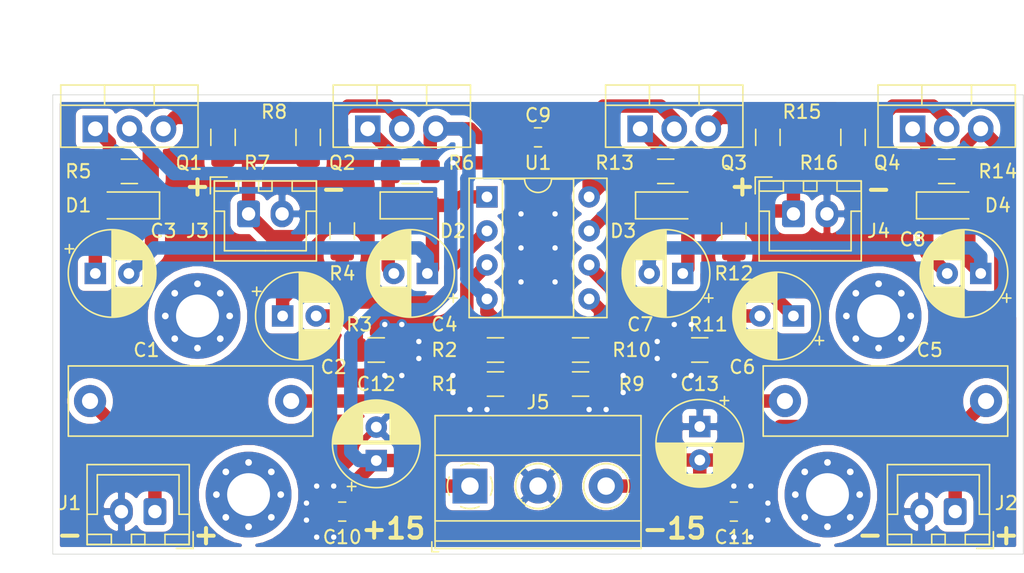
<source format=kicad_pcb>
(kicad_pcb (version 20171130) (host pcbnew "(5.1.6)-1")
  (layers (0 F.Cu signal) (31 B.Cu signal) (34 B.Paste user) (35 F.Paste user) (36 B.SilkS user) (37 F.SilkS user) (38 B.Mask user) (39 F.Mask user) (44 Edge.Cuts user))
  (net 0 "")
  (net 1 L_In)
  (net 2 "Net-(C1-Pad1)")
  (net 3 "Net-(C3-Pad2)")
  (net 4 "Net-(C3-Pad1)")
  (net 5 "Net-(C4-Pad2)")
  (net 6 R_In)
  (net 7 "Net-(C6-Pad1)")
  (net 8 "Net-(C8-Pad2)")
  (net 9 +15)
  (net 10 -15)
  (net 11 L_Out)
  (net 12 R_Out)
  (net 13 "Net-(Q1-Pad3)")
  (net 14 "Net-(Q2-Pad2)")
  (net 15 "Net-(Q3-Pad3)")
  (net 16 "Net-(Q4-Pad2)")
  (net 17 "Net-(R2-Pad1)")
  (net 18 "Net-(R10-Pad1)")
  (net 19 "Net-(C2-Pad2)")
  (net 20 "Net-(C2-Pad1)")
  (net 21 "Net-(C5-Pad1)")
  (net 22 "Net-(C6-Pad2)")
  (net 23 "Net-(C7-Pad2)")
  (net 24 "Net-(C7-Pad1)")
  (net 25 GND)
  (module MountingHole:MountingHole_3.2mm_M3_Pad_Via (layer F.Cu) (at 156.21 49.53)
    (fp_text reference H4 hide)
    (fp_text value MountingHole)
    (pad 1 thru_hole circle (at 1.697056 -1.697056) (size 0.8 0.8) (drill 0.5) (layers *.Cu *.Mask))
    (pad 1 thru_hole circle (at 0 -2.4) (size 0.8 0.8) (drill 0.5) (layers *.Cu *.Mask))
    (pad 1 thru_hole circle (at -1.697056 -1.697056) (size 0.8 0.8) (drill 0.5) (layers *.Cu *.Mask))
    (pad 1 thru_hole circle (at -2.4 0) (size 0.8 0.8) (drill 0.5) (layers *.Cu *.Mask))
    (pad 1 thru_hole circle (at -1.697056 1.697056) (size 0.8 0.8) (drill 0.5) (layers *.Cu *.Mask))
    (pad 1 thru_hole circle (at 0 2.4) (size 0.8 0.8) (drill 0.5) (layers *.Cu *.Mask))
    (pad 1 thru_hole circle (at 1.697056 1.697056) (size 0.8 0.8) (drill 0.5) (layers *.Cu *.Mask))
    (pad 1 thru_hole circle (at 2.4 0) (size 0.8 0.8) (drill 0.5) (layers *.Cu *.Mask))
    (pad 1 thru_hole circle (at 0 0) (size 6.4 6.4) (drill 3.2) (layers *.Cu *.Mask))
  )
  (module MountingHole:MountingHole_3.2mm_M3_Pad_Via (layer F.Cu) (at 105.41 49.53)
    (fp_text reference H3 hide)
    (fp_text value MountingHole)
    (pad 1 thru_hole circle (at 1.697056 -1.697056) (size 0.8 0.8) (drill 0.5) (layers *.Cu *.Mask))
    (pad 1 thru_hole circle (at 0 -2.4) (size 0.8 0.8) (drill 0.5) (layers *.Cu *.Mask))
    (pad 1 thru_hole circle (at -1.697056 -1.697056) (size 0.8 0.8) (drill 0.5) (layers *.Cu *.Mask))
    (pad 1 thru_hole circle (at -2.4 0) (size 0.8 0.8) (drill 0.5) (layers *.Cu *.Mask))
    (pad 1 thru_hole circle (at -1.697056 1.697056) (size 0.8 0.8) (drill 0.5) (layers *.Cu *.Mask))
    (pad 1 thru_hole circle (at 0 2.4) (size 0.8 0.8) (drill 0.5) (layers *.Cu *.Mask))
    (pad 1 thru_hole circle (at 1.697056 1.697056) (size 0.8 0.8) (drill 0.5) (layers *.Cu *.Mask))
    (pad 1 thru_hole circle (at 2.4 0) (size 0.8 0.8) (drill 0.5) (layers *.Cu *.Mask))
    (pad 1 thru_hole circle (at 0 0) (size 6.4 6.4) (drill 3.2) (layers *.Cu *.Mask))
  )
  (module Capacitor_THT:C_Rect_L18.0mm_W5.0mm_P15.00mm_FKS3_FKP3 (layer F.Cu) (at 149.225 55.88)
    (fp_text reference C5 (at 10.795 -3.81) (layer F.SilkS))
    (fp_text value 1u)
    (pad 2 thru_hole circle (at 15 0) (size 2.4 2.4) (drill 1.2) (layers *.Cu *.Mask) (net 6 R_In))
    (pad 1 thru_hole circle (at 0 0) (size 2.4 2.4) (drill 1.2) (layers *.Cu *.Mask) (net 21 "Net-(C5-Pad1)"))
  )
  (module TerminalBlock_Phoenix:TerminalBlock_Phoenix_MKDS-1,5-3-5.08_1x03_P5.08mm_Horizontal (layer F.Cu) (at 125.730001 62.23)
    (fp_text reference J5 (at 5.08 -6.26) (layer F.SilkS))
    (fp_text value DC_In)
    (pad 3 thru_hole circle (at 10.16 0) (size 2.6 2.6) (drill 1.3) (layers *.Cu *.Mask) (net 10 -15))
    (pad 2 thru_hole circle (at 5.08 0) (size 2.6 2.6) (drill 1.3) (layers *.Cu *.Mask) (net 25 GND))
    (pad 1 thru_hole rect (at 0 0) (size 2.6 2.6) (drill 1.3) (layers *.Cu *.Mask) (net 9 +15))
  )
  (module Package_TO_SOT_THT:TO-220-3_Vertical (layer F.Cu) (at 158.75 35.560001)
    (fp_text reference Q4 (at -1.905 2.54) (layer F.SilkS))
    (fp_text value MJE15033)
    (pad 3 thru_hole oval (at 5.08 0) (size 1.905 2) (drill 1.1) (layers *.Cu *.Mask) (net 10 -15))
    (pad 2 thru_hole oval (at 2.54 0) (size 1.905 2) (drill 1.1) (layers *.Cu *.Mask) (net 16 "Net-(Q4-Pad2)"))
    (pad 1 thru_hole rect (at 0 0) (size 1.905 2) (drill 1.1) (layers *.Cu *.Mask) (net 8 "Net-(C8-Pad2)"))
  )
  (module Package_TO_SOT_THT:TO-220-3_Vertical (layer F.Cu) (at 138.43 35.56)
    (fp_text reference Q3 (at 6.985 2.54) (layer F.SilkS))
    (fp_text value MJE15032)
    (pad 3 thru_hole oval (at 5.08 0) (size 1.905 2) (drill 1.1) (layers *.Cu *.Mask) (net 15 "Net-(Q3-Pad3)"))
    (pad 2 thru_hole oval (at 2.54 0) (size 1.905 2) (drill 1.1) (layers *.Cu *.Mask) (net 9 +15))
    (pad 1 thru_hole rect (at 0 0) (size 1.905 2) (drill 1.1) (layers *.Cu *.Mask) (net 24 "Net-(C7-Pad1)"))
  )
  (module Package_TO_SOT_THT:TO-220-3_Vertical (layer F.Cu) (at 118.11 35.56)
    (fp_text reference Q2 (at -1.905 2.54) (layer F.SilkS))
    (fp_text value MJE15033)
    (pad 3 thru_hole oval (at 5.08 0) (size 1.905 2) (drill 1.1) (layers *.Cu *.Mask) (net 10 -15))
    (pad 2 thru_hole oval (at 2.54 0) (size 1.905 2) (drill 1.1) (layers *.Cu *.Mask) (net 14 "Net-(Q2-Pad2)"))
    (pad 1 thru_hole rect (at 0 0) (size 1.905 2) (drill 1.1) (layers *.Cu *.Mask) (net 5 "Net-(C4-Pad2)"))
  )
  (module Package_TO_SOT_THT:TO-220-3_Vertical (layer F.Cu) (at 97.79 35.56)
    (fp_text reference Q1 (at 6.985 2.54) (layer F.SilkS))
    (fp_text value MJE15032)
    (pad 3 thru_hole oval (at 5.08 0) (size 1.905 2) (drill 1.1) (layers *.Cu *.Mask) (net 13 "Net-(Q1-Pad3)"))
    (pad 2 thru_hole oval (at 2.54 0) (size 1.905 2) (drill 1.1) (layers *.Cu *.Mask) (net 9 +15))
    (pad 1 thru_hole rect (at 0 0) (size 1.905 2) (drill 1.1) (layers *.Cu *.Mask) (net 4 "Net-(C3-Pad1)"))
  )
  (module MountingHole:MountingHole_3.2mm_M3_Pad_Via (layer F.Cu) (at 109.22 62.865 90)
    (fp_text reference H1 hide)
    (fp_text value MountingHole)
    (pad 1 thru_hole circle (at 1.697056 -1.697056 90) (size 0.8 0.8) (drill 0.5) (layers *.Cu *.Mask))
    (pad 1 thru_hole circle (at 0 -2.4 90) (size 0.8 0.8) (drill 0.5) (layers *.Cu *.Mask))
    (pad 1 thru_hole circle (at -1.697056 -1.697056 90) (size 0.8 0.8) (drill 0.5) (layers *.Cu *.Mask))
    (pad 1 thru_hole circle (at -2.4 0 90) (size 0.8 0.8) (drill 0.5) (layers *.Cu *.Mask))
    (pad 1 thru_hole circle (at -1.697056 1.697056 90) (size 0.8 0.8) (drill 0.5) (layers *.Cu *.Mask))
    (pad 1 thru_hole circle (at 0 2.4 90) (size 0.8 0.8) (drill 0.5) (layers *.Cu *.Mask))
    (pad 1 thru_hole circle (at 1.697056 1.697056 90) (size 0.8 0.8) (drill 0.5) (layers *.Cu *.Mask))
    (pad 1 thru_hole circle (at 2.4 0 90) (size 0.8 0.8) (drill 0.5) (layers *.Cu *.Mask))
    (pad 1 thru_hole circle (at 0 0 90) (size 6.4 6.4) (drill 3.2) (layers *.Cu *.Mask))
  )
  (module Capacitor_THT:CP_Radial_D6.3mm_P2.50mm (layer F.Cu) (at 97.79 46.355)
    (fp_text reference C3 (at 5.08 -3.175) (layer F.SilkS))
    (fp_text value 100u)
    (pad 1 thru_hole rect (at 0 0) (size 1.6 1.6) (drill 0.8) (layers *.Cu *.Mask) (net 4 "Net-(C3-Pad1)"))
    (pad 2 thru_hole circle (at 2.5 0) (size 1.6 1.6) (drill 0.8) (layers *.Cu *.Mask) (net 3 "Net-(C3-Pad2)"))
  )
  (module Package_DIP:DIP-8_W7.62mm_Socket (layer F.Cu) (at 127 40.64)
    (fp_text reference U1 (at 3.81 -2.54) (layer F.SilkS))
    (fp_text value LM4562)
    (pad 1 thru_hole rect (at 0 0) (size 1.6 1.6) (drill 0.8) (layers *.Cu *.Mask) (net 3 "Net-(C3-Pad2)"))
    (pad 5 thru_hole oval (at 7.62 7.62) (size 1.6 1.6) (drill 0.8) (layers *.Cu *.Mask) (net 18 "Net-(R10-Pad1)"))
    (pad 2 thru_hole oval (at 0 2.54) (size 1.6 1.6) (drill 0.8) (layers *.Cu *.Mask) (net 20 "Net-(C2-Pad1)"))
    (pad 6 thru_hole oval (at 7.62 5.08) (size 1.6 1.6) (drill 0.8) (layers *.Cu *.Mask) (net 7 "Net-(C6-Pad1)"))
    (pad 3 thru_hole oval (at 0 5.08) (size 1.6 1.6) (drill 0.8) (layers *.Cu *.Mask) (net 17 "Net-(R2-Pad1)"))
    (pad 7 thru_hole oval (at 7.62 2.54) (size 1.6 1.6) (drill 0.8) (layers *.Cu *.Mask) (net 23 "Net-(C7-Pad2)"))
    (pad 4 thru_hole oval (at 0 7.62) (size 1.6 1.6) (drill 0.8) (layers *.Cu *.Mask) (net 10 -15))
    (pad 8 thru_hole oval (at 7.62 0) (size 1.6 1.6) (drill 0.8) (layers *.Cu *.Mask) (net 9 +15))
  )
  (module MountingHole:MountingHole_3.2mm_M3_Pad_Via (layer F.Cu) (at 152.4 62.865 90)
    (fp_text reference H2 hide)
    (fp_text value MountingHole)
    (pad 1 thru_hole circle (at 1.697056 -1.697056 90) (size 0.8 0.8) (drill 0.5) (layers *.Cu *.Mask))
    (pad 1 thru_hole circle (at 0 -2.4 90) (size 0.8 0.8) (drill 0.5) (layers *.Cu *.Mask))
    (pad 1 thru_hole circle (at -1.697056 -1.697056 90) (size 0.8 0.8) (drill 0.5) (layers *.Cu *.Mask))
    (pad 1 thru_hole circle (at -2.4 0 90) (size 0.8 0.8) (drill 0.5) (layers *.Cu *.Mask))
    (pad 1 thru_hole circle (at -1.697056 1.697056 90) (size 0.8 0.8) (drill 0.5) (layers *.Cu *.Mask))
    (pad 1 thru_hole circle (at 0 2.4 90) (size 0.8 0.8) (drill 0.5) (layers *.Cu *.Mask))
    (pad 1 thru_hole circle (at 1.697056 1.697056 90) (size 0.8 0.8) (drill 0.5) (layers *.Cu *.Mask))
    (pad 1 thru_hole circle (at 2.4 0 90) (size 0.8 0.8) (drill 0.5) (layers *.Cu *.Mask))
    (pad 1 thru_hole circle (at 0 0 90) (size 6.4 6.4) (drill 3.2) (layers *.Cu *.Mask))
  )
  (module Connector_JST:JST_XH_B2B-XH-A_1x02_P2.50mm_Vertical (layer F.Cu) (at 149.86 41.91)
    (fp_text reference J4 (at 6.35 1.27) (layer F.SilkS))
    (fp_text value R_Out)
    (pad 1 thru_hole roundrect (at 0 0) (size 1.7 2) (drill 1) (layers *.Cu *.Mask) (roundrect_rratio 0.147059) (net 12 R_Out))
    (pad 2 thru_hole oval (at 2.5 0) (size 1.7 2) (drill 1) (layers *.Cu *.Mask) (net 25 GND))
  )
  (module Connector_JST:JST_XH_B2B-XH-A_1x02_P2.50mm_Vertical (layer F.Cu) (at 109.22 41.91)
    (fp_text reference J3 (at -3.81 1.27) (layer F.SilkS))
    (fp_text value L_Out)
    (pad 1 thru_hole roundrect (at 0 0) (size 1.7 2) (drill 1) (layers *.Cu *.Mask) (roundrect_rratio 0.147059) (net 11 L_Out))
    (pad 2 thru_hole oval (at 2.5 0) (size 1.7 2) (drill 1) (layers *.Cu *.Mask) (net 25 GND))
  )
  (module Connector_JST:JST_XH_B2B-XH-A_1x02_P2.50mm_Vertical (layer F.Cu) (at 161.925 64.135 180)
    (fp_text reference J2 (at -3.81 0.635 180) (layer F.SilkS))
    (fp_text value R_In)
    (pad 2 thru_hole oval (at 2.5 0 180) (size 1.7 2) (drill 1) (layers *.Cu *.Mask) (net 25 GND))
    (pad 1 thru_hole roundrect (at 0 0 180) (size 1.7 2) (drill 1) (layers *.Cu *.Mask) (roundrect_rratio 0.147059) (net 6 R_In))
  )
  (module Connector_JST:JST_XH_B2B-XH-A_1x02_P2.50mm_Vertical (layer F.Cu) (at 102.235 64.135 180)
    (fp_text reference J1 (at 6.35 0.635 180) (layer F.SilkS))
    (fp_text value L_In)
    (pad 1 thru_hole roundrect (at 0 0 180) (size 1.7 2) (drill 1) (layers *.Cu *.Mask) (roundrect_rratio 0.147059) (net 1 L_In))
    (pad 2 thru_hole oval (at 2.5 0 180) (size 1.7 2) (drill 1) (layers *.Cu *.Mask) (net 25 GND))
  )
  (module Capacitor_THT:CP_Radial_D6.3mm_P2.50mm (layer F.Cu) (at 142.875 57.785 270)
    (fp_text reference C13 (at -3.175 0 180) (layer F.SilkS))
    (fp_text value 100u)
    (pad 1 thru_hole rect (at 0 0 270) (size 1.6 1.6) (drill 0.8) (layers *.Cu *.Mask) (net 25 GND))
    (pad 2 thru_hole circle (at 2.5 0 270) (size 1.6 1.6) (drill 0.8) (layers *.Cu *.Mask) (net 10 -15))
  )
  (module Capacitor_THT:CP_Radial_D6.3mm_P2.50mm (layer F.Cu) (at 118.745 60.325 90)
    (fp_text reference C12 (at 5.715 0 180) (layer F.SilkS))
    (fp_text value 100u)
    (pad 1 thru_hole rect (at 0 0 90) (size 1.6 1.6) (drill 0.8) (layers *.Cu *.Mask) (net 9 +15))
    (pad 2 thru_hole circle (at 2.5 0 90) (size 1.6 1.6) (drill 0.8) (layers *.Cu *.Mask) (net 25 GND))
  )
  (module Capacitor_THT:CP_Radial_D6.3mm_P2.50mm (layer F.Cu) (at 163.83 46.355 180)
    (fp_text reference C8 (at 5.08 2.54) (layer F.SilkS))
    (fp_text value 100u)
    (pad 1 thru_hole rect (at 0 0 180) (size 1.6 1.6) (drill 0.8) (layers *.Cu *.Mask) (net 23 "Net-(C7-Pad2)"))
    (pad 2 thru_hole circle (at 2.5 0 180) (size 1.6 1.6) (drill 0.8) (layers *.Cu *.Mask) (net 8 "Net-(C8-Pad2)"))
  )
  (module Capacitor_THT:CP_Radial_D6.3mm_P2.50mm (layer F.Cu) (at 141.605 46.355 180)
    (fp_text reference C7 (at 3.175 -3.81) (layer F.SilkS))
    (fp_text value 100u)
    (pad 1 thru_hole rect (at 0 0 180) (size 1.6 1.6) (drill 0.8) (layers *.Cu *.Mask) (net 24 "Net-(C7-Pad1)"))
    (pad 2 thru_hole circle (at 2.5 0 180) (size 1.6 1.6) (drill 0.8) (layers *.Cu *.Mask) (net 23 "Net-(C7-Pad2)"))
  )
  (module Capacitor_THT:CP_Radial_D6.3mm_P2.50mm (layer F.Cu) (at 149.86 49.53 180)
    (fp_text reference C6 (at 3.81 -3.81) (layer F.SilkS))
    (fp_text value 100u)
    (pad 1 thru_hole rect (at 0 0 180) (size 1.6 1.6) (drill 0.8) (layers *.Cu *.Mask) (net 7 "Net-(C6-Pad1)"))
    (pad 2 thru_hole circle (at 2.5 0 180) (size 1.6 1.6) (drill 0.8) (layers *.Cu *.Mask) (net 22 "Net-(C6-Pad2)"))
  )
  (module Capacitor_THT:CP_Radial_D6.3mm_P2.50mm (layer F.Cu) (at 122.555 46.355 180)
    (fp_text reference C4 (at -1.27 -3.81) (layer F.SilkS))
    (fp_text value 100u)
    (pad 1 thru_hole rect (at 0 0 180) (size 1.6 1.6) (drill 0.8) (layers *.Cu *.Mask) (net 3 "Net-(C3-Pad2)"))
    (pad 2 thru_hole circle (at 2.5 0 180) (size 1.6 1.6) (drill 0.8) (layers *.Cu *.Mask) (net 5 "Net-(C4-Pad2)"))
  )
  (module Capacitor_THT:CP_Radial_D6.3mm_P2.50mm (layer F.Cu) (at 111.76 49.53)
    (fp_text reference C2 (at 3.81 3.81) (layer F.SilkS))
    (fp_text value 100u)
    (pad 1 thru_hole rect (at 0 0) (size 1.6 1.6) (drill 0.8) (layers *.Cu *.Mask) (net 20 "Net-(C2-Pad1)"))
    (pad 2 thru_hole circle (at 2.5 0) (size 1.6 1.6) (drill 0.8) (layers *.Cu *.Mask) (net 19 "Net-(C2-Pad2)"))
  )
  (module Resistor_SMD:R_1206_3216Metric_Pad1.42x1.75mm_HandSolder (layer F.Cu) (at 154.305 36.195 90)
    (fp_text reference R16 (at -1.905 -2.54) (layer F.SilkS))
    (fp_text value 10)
    (pad 1 smd roundrect (at -1.4875 0 90) (size 1.425 1.75) (layers F.Cu F.Paste F.Mask) (roundrect_rratio 0.175439) (net 12 R_Out))
    (pad 2 smd roundrect (at 1.4875 0 90) (size 1.425 1.75) (layers F.Cu F.Paste F.Mask) (roundrect_rratio 0.175439) (net 16 "Net-(Q4-Pad2)"))
  )
  (module Resistor_SMD:R_1206_3216Metric_Pad1.42x1.75mm_HandSolder (layer F.Cu) (at 147.955 36.195 270)
    (fp_text reference R15 (at -1.905 -2.54) (layer F.SilkS))
    (fp_text value 10)
    (pad 1 smd roundrect (at -1.4875 0 270) (size 1.425 1.75) (layers F.Cu F.Paste F.Mask) (roundrect_rratio 0.175439) (net 15 "Net-(Q3-Pad3)"))
    (pad 2 smd roundrect (at 1.4875 0 270) (size 1.425 1.75) (layers F.Cu F.Paste F.Mask) (roundrect_rratio 0.175439) (net 12 R_Out))
  )
  (module Resistor_SMD:R_1206_3216Metric_Pad1.42x1.75mm_HandSolder (layer F.Cu) (at 161.29 38.735)
    (fp_text reference R14 (at 3.81 0) (layer F.SilkS))
    (fp_text value 6k8)
    (pad 1 smd roundrect (at -1.4875 0) (size 1.425 1.75) (layers F.Cu F.Paste F.Mask) (roundrect_rratio 0.175439) (net 8 "Net-(C8-Pad2)"))
    (pad 2 smd roundrect (at 1.4875 0) (size 1.425 1.75) (layers F.Cu F.Paste F.Mask) (roundrect_rratio 0.175439) (net 10 -15))
  )
  (module Resistor_SMD:R_1206_3216Metric_Pad1.42x1.75mm_HandSolder (layer F.Cu) (at 140.335 38.735)
    (fp_text reference R13 (at -3.81 -0.635) (layer F.SilkS))
    (fp_text value 6k8)
    (pad 2 smd roundrect (at 1.4875 0) (size 1.425 1.75) (layers F.Cu F.Paste F.Mask) (roundrect_rratio 0.175439) (net 24 "Net-(C7-Pad1)"))
    (pad 1 smd roundrect (at -1.4875 0) (size 1.425 1.75) (layers F.Cu F.Paste F.Mask) (roundrect_rratio 0.175439) (net 9 +15))
  )
  (module Resistor_SMD:R_1206_3216Metric_Pad1.42x1.75mm_HandSolder (layer F.Cu) (at 145.415 43.18 90)
    (fp_text reference R12 (at -3.175 0) (layer F.SilkS))
    (fp_text value 3k3)
    (pad 1 smd roundrect (at -1.4875 0 90) (size 1.425 1.75) (layers F.Cu F.Paste F.Mask) (roundrect_rratio 0.175439) (net 7 "Net-(C6-Pad1)"))
    (pad 2 smd roundrect (at 1.4875 0 90) (size 1.425 1.75) (layers F.Cu F.Paste F.Mask) (roundrect_rratio 0.175439) (net 12 R_Out))
  )
  (module Resistor_SMD:R_1206_3216Metric_Pad1.42x1.75mm_HandSolder (layer F.Cu) (at 142.875 52.07 180)
    (fp_text reference R11 (at -0.635 1.905) (layer F.SilkS))
    (fp_text value 1k)
    (pad 1 smd roundrect (at -1.4875 0 180) (size 1.425 1.75) (layers F.Cu F.Paste F.Mask) (roundrect_rratio 0.175439) (net 22 "Net-(C6-Pad2)"))
    (pad 2 smd roundrect (at 1.4875 0 180) (size 1.425 1.75) (layers F.Cu F.Paste F.Mask) (roundrect_rratio 0.175439) (net 25 GND))
  )
  (module Resistor_SMD:R_1206_3216Metric_Pad1.42x1.75mm_HandSolder (layer F.Cu) (at 133.985 52.07 180)
    (fp_text reference R10 (at -3.81 0) (layer F.SilkS))
    (fp_text value 1k)
    (pad 1 smd roundrect (at -1.4875 0 180) (size 1.425 1.75) (layers F.Cu F.Paste F.Mask) (roundrect_rratio 0.175439) (net 18 "Net-(R10-Pad1)"))
    (pad 2 smd roundrect (at 1.4875 0 180) (size 1.425 1.75) (layers F.Cu F.Paste F.Mask) (roundrect_rratio 0.175439) (net 21 "Net-(C5-Pad1)"))
  )
  (module Resistor_SMD:R_1206_3216Metric_Pad1.42x1.75mm_HandSolder (layer F.Cu) (at 133.985 54.61)
    (fp_text reference R9 (at 3.81 0) (layer F.SilkS))
    (fp_text value 22k)
    (pad 1 smd roundrect (at -1.4875 0) (size 1.425 1.75) (layers F.Cu F.Paste F.Mask) (roundrect_rratio 0.175439) (net 21 "Net-(C5-Pad1)"))
    (pad 2 smd roundrect (at 1.4875 0) (size 1.425 1.75) (layers F.Cu F.Paste F.Mask) (roundrect_rratio 0.175439) (net 25 GND))
  )
  (module Resistor_SMD:R_1206_3216Metric_Pad1.42x1.75mm_HandSolder (layer F.Cu) (at 113.665 36.195 90)
    (fp_text reference R8 (at 1.905 -2.54) (layer F.SilkS))
    (fp_text value 10)
    (pad 1 smd roundrect (at -1.4875 0 90) (size 1.425 1.75) (layers F.Cu F.Paste F.Mask) (roundrect_rratio 0.175439) (net 11 L_Out))
    (pad 2 smd roundrect (at 1.4875 0 90) (size 1.425 1.75) (layers F.Cu F.Paste F.Mask) (roundrect_rratio 0.175439) (net 14 "Net-(Q2-Pad2)"))
  )
  (module Resistor_SMD:R_1206_3216Metric_Pad1.42x1.75mm_HandSolder (layer F.Cu) (at 107.315 36.195 270)
    (fp_text reference R7 (at 1.905 -2.54) (layer F.SilkS))
    (fp_text value 10)
    (pad 1 smd roundrect (at -1.4875 0 270) (size 1.425 1.75) (layers F.Cu F.Paste F.Mask) (roundrect_rratio 0.175439) (net 13 "Net-(Q1-Pad3)"))
    (pad 2 smd roundrect (at 1.4875 0 270) (size 1.425 1.75) (layers F.Cu F.Paste F.Mask) (roundrect_rratio 0.175439) (net 11 L_Out))
  )
  (module Resistor_SMD:R_1206_3216Metric_Pad1.42x1.75mm_HandSolder (layer F.Cu) (at 121.285 38.735)
    (fp_text reference R6 (at 3.81 -0.635) (layer F.SilkS))
    (fp_text value 6k8)
    (pad 1 smd roundrect (at -1.4875 0) (size 1.425 1.75) (layers F.Cu F.Paste F.Mask) (roundrect_rratio 0.175439) (net 5 "Net-(C4-Pad2)"))
    (pad 2 smd roundrect (at 1.4875 0) (size 1.425 1.75) (layers F.Cu F.Paste F.Mask) (roundrect_rratio 0.175439) (net 10 -15))
  )
  (module Resistor_SMD:R_1206_3216Metric_Pad1.42x1.75mm_HandSolder (layer F.Cu) (at 100.33 38.735 180)
    (fp_text reference R5 (at 3.81 0) (layer F.SilkS))
    (fp_text value 6k8)
    (pad 1 smd roundrect (at -1.4875 0 180) (size 1.425 1.75) (layers F.Cu F.Paste F.Mask) (roundrect_rratio 0.175439) (net 9 +15))
    (pad 2 smd roundrect (at 1.4875 0 180) (size 1.425 1.75) (layers F.Cu F.Paste F.Mask) (roundrect_rratio 0.175439) (net 4 "Net-(C3-Pad1)"))
  )
  (module Resistor_SMD:R_1206_3216Metric_Pad1.42x1.75mm_HandSolder (layer F.Cu) (at 116.205 43.18 90)
    (fp_text reference R4 (at -3.175 0) (layer F.SilkS))
    (fp_text value 3k3)
    (pad 1 smd roundrect (at -1.4875 0 90) (size 1.425 1.75) (layers F.Cu F.Paste F.Mask) (roundrect_rratio 0.175439) (net 20 "Net-(C2-Pad1)"))
    (pad 2 smd roundrect (at 1.4875 0 90) (size 1.425 1.75) (layers F.Cu F.Paste F.Mask) (roundrect_rratio 0.175439) (net 11 L_Out))
  )
  (module Resistor_SMD:R_1206_3216Metric_Pad1.42x1.75mm_HandSolder (layer F.Cu) (at 118.745 52.07)
    (fp_text reference R3 (at -1.27 -1.905) (layer F.SilkS))
    (fp_text value 1k)
    (pad 1 smd roundrect (at -1.4875 0) (size 1.425 1.75) (layers F.Cu F.Paste F.Mask) (roundrect_rratio 0.175439) (net 19 "Net-(C2-Pad2)"))
    (pad 2 smd roundrect (at 1.4875 0) (size 1.425 1.75) (layers F.Cu F.Paste F.Mask) (roundrect_rratio 0.175439) (net 25 GND))
  )
  (module Resistor_SMD:R_1206_3216Metric_Pad1.42x1.75mm_HandSolder (layer F.Cu) (at 127.635 52.07)
    (fp_text reference R2 (at -3.81 0) (layer F.SilkS))
    (fp_text value 1k)
    (pad 1 smd roundrect (at -1.4875 0) (size 1.425 1.75) (layers F.Cu F.Paste F.Mask) (roundrect_rratio 0.175439) (net 17 "Net-(R2-Pad1)"))
    (pad 2 smd roundrect (at 1.4875 0) (size 1.425 1.75) (layers F.Cu F.Paste F.Mask) (roundrect_rratio 0.175439) (net 2 "Net-(C1-Pad1)"))
  )
  (module Resistor_SMD:R_1206_3216Metric_Pad1.42x1.75mm_HandSolder (layer F.Cu) (at 127.635 54.61 180)
    (fp_text reference R1 (at 3.81 0) (layer F.SilkS))
    (fp_text value 22k)
    (pad 1 smd roundrect (at -1.4875 0 180) (size 1.425 1.75) (layers F.Cu F.Paste F.Mask) (roundrect_rratio 0.175439) (net 2 "Net-(C1-Pad1)"))
    (pad 2 smd roundrect (at 1.4875 0 180) (size 1.425 1.75) (layers F.Cu F.Paste F.Mask) (roundrect_rratio 0.175439) (net 25 GND))
  )
  (module Diode_SMD:D_SOD-123 (layer F.Cu) (at 161.29 41.275)
    (fp_text reference D4 (at 3.81 0) (layer F.SilkS))
    (fp_text value 1n4148)
    (pad 1 smd rect (at -1.65 0) (size 0.9 1.2) (layers F.Cu F.Paste F.Mask) (net 8 "Net-(C8-Pad2)"))
    (pad 2 smd rect (at 1.65 0) (size 0.9 1.2) (layers F.Cu F.Paste F.Mask) (net 23 "Net-(C7-Pad2)"))
  )
  (module Diode_SMD:D_SOD-123 (layer F.Cu) (at 140.335 41.274999)
    (fp_text reference D3 (at -3.175 1.905) (layer F.SilkS))
    (fp_text value 1n4148)
    (pad 2 smd rect (at 1.65 0) (size 0.9 1.2) (layers F.Cu F.Paste F.Mask) (net 24 "Net-(C7-Pad1)"))
    (pad 1 smd rect (at -1.65 0) (size 0.9 1.2) (layers F.Cu F.Paste F.Mask) (net 23 "Net-(C7-Pad2)"))
  )
  (module Diode_SMD:D_SOD-123 (layer F.Cu) (at 121.285 41.274999)
    (fp_text reference D2 (at 3.175 1.905) (layer F.SilkS))
    (fp_text value 1n4148)
    (pad 1 smd rect (at -1.65 0) (size 0.9 1.2) (layers F.Cu F.Paste F.Mask) (net 5 "Net-(C4-Pad2)"))
    (pad 2 smd rect (at 1.65 0) (size 0.9 1.2) (layers F.Cu F.Paste F.Mask) (net 3 "Net-(C3-Pad2)"))
  )
  (module Diode_SMD:D_SOD-123 (layer F.Cu) (at 100.33 41.275 180)
    (fp_text reference D1 (at 3.81 0) (layer F.SilkS))
    (fp_text value 1n4148)
    (pad 1 smd rect (at -1.65 0 180) (size 0.9 1.2) (layers F.Cu F.Paste F.Mask) (net 3 "Net-(C3-Pad2)"))
    (pad 2 smd rect (at 1.65 0 180) (size 0.9 1.2) (layers F.Cu F.Paste F.Mask) (net 4 "Net-(C3-Pad1)"))
  )
  (module Capacitor_SMD:C_0805_2012Metric_Pad1.15x1.40mm_HandSolder (layer F.Cu) (at 145.415 64.135)
    (fp_text reference C11 (at 0 1.905) (layer F.SilkS))
    (fp_text value 100n)
    (pad 1 smd roundrect (at -1.025 0) (size 1.15 1.4) (layers F.Cu F.Paste F.Mask) (roundrect_rratio 0.217391) (net 10 -15))
    (pad 2 smd roundrect (at 1.025 0) (size 1.15 1.4) (layers F.Cu F.Paste F.Mask) (roundrect_rratio 0.217391) (net 25 GND))
  )
  (module Capacitor_SMD:C_0805_2012Metric_Pad1.15x1.40mm_HandSolder (layer F.Cu) (at 116.205 64.135)
    (fp_text reference C10 (at 0 1.905) (layer F.SilkS))
    (fp_text value 100n)
    (pad 1 smd roundrect (at -1.025 0) (size 1.15 1.4) (layers F.Cu F.Paste F.Mask) (roundrect_rratio 0.217391) (net 25 GND))
    (pad 2 smd roundrect (at 1.025 0) (size 1.15 1.4) (layers F.Cu F.Paste F.Mask) (roundrect_rratio 0.217391) (net 9 +15))
  )
  (module Capacitor_SMD:C_0805_2012Metric_Pad1.15x1.40mm_HandSolder (layer F.Cu) (at 130.81 36.195)
    (fp_text reference C9 (at 0 -1.65) (layer F.SilkS))
    (fp_text value 100n)
    (pad 1 smd roundrect (at -1.025 0) (size 1.15 1.4) (layers F.Cu F.Paste F.Mask) (roundrect_rratio 0.217391) (net 10 -15))
    (pad 2 smd roundrect (at 1.025 0) (size 1.15 1.4) (layers F.Cu F.Paste F.Mask) (roundrect_rratio 0.217391) (net 9 +15))
  )
  (module Capacitor_THT:C_Rect_L18.0mm_W5.0mm_P15.00mm_FKS3_FKP3 (layer F.Cu) (at 112.395 55.88 180)
    (fp_text reference C1 (at 10.795 3.81) (layer F.SilkS))
    (fp_text value 1u)
    (pad 1 thru_hole circle (at 0 0 180) (size 2.4 2.4) (drill 1.2) (layers *.Cu *.Mask) (net 2 "Net-(C1-Pad1)"))
    (pad 2 thru_hole circle (at 15 0 180) (size 2.4 2.4) (drill 1.2) (layers *.Cu *.Mask) (net 1 L_In))
  )
  (gr_text -15 (at 140.97 65.405) (layer F.SilkS) (effects (font (size 1.5 1.5) (thickness 0.3))))
  (gr_text +15 (at 120.015 65.405) (layer F.SilkS) (effects (font (size 1.5 1.5) (thickness 0.3))))
  (gr_text - (at 95.885 66.04 180) (layer F.SilkS) (effects (font (size 1.5 1.5) (thickness 0.3))))
  (gr_text - (at 115.57 40.005) (layer F.SilkS) (effects (font (size 1.5 1.5) (thickness 0.3))))
  (gr_text - (at 156.21 40.005) (layer F.SilkS) (effects (font (size 1.5 1.5) (thickness 0.3))))
  (gr_text - (at 155.575 66.04 180) (layer F.SilkS) (effects (font (size 1.5 1.5) (thickness 0.3))))
  (gr_text + (at 146.05 40.005 180) (layer F.SilkS) (effects (font (size 1.5 1.5) (thickness 0.3))))
  (gr_text + (at 105.41 40.005 180) (layer F.SilkS) (effects (font (size 1.5 1.5) (thickness 0.3))))
  (gr_text + (at 165.735 66.04 180) (layer F.SilkS) (effects (font (size 1.5 1.5) (thickness 0.3))))
  (gr_text + (at 106.045 66.04 180) (layer F.SilkS) (effects (font (size 1.5 1.5) (thickness 0.3))))
  (gr_line (start 167.005 33.02) (end 94.615 33.02) (layer Edge.Cuts) (width 0.05))
  (gr_line (start 167.004999 67.31) (end 167.005 33.02) (layer Edge.Cuts) (width 0.05))
  (gr_line (start 94.615001 67.31) (end 167.004999 67.31) (layer Edge.Cuts) (width 0.05))
  (gr_line (start 94.615 33.02) (end 94.615001 67.31) (layer Edge.Cuts) (width 0.05))
  (segment (start 102.235 60.72) (end 97.395 55.88) (width 1) (layer F.Cu) (net 1))
  (segment (start 102.235 64.135) (end 102.235 60.72) (width 1) (layer F.Cu) (net 1))
  (segment (start 129.1225 54.61) (end 129.1225 56.020502) (width 1) (layer F.Cu) (net 2))
  (segment (start 129.1225 56.020502) (end 127.528001 57.615001) (width 1) (layer F.Cu) (net 2))
  (segment (start 129.1225 52.07) (end 129.1225 54.61) (width 1) (layer F.Cu) (net 2))
  (segment (start 125.201999 57.615001) (end 127.528001 57.615001) (width 1) (layer F.Cu) (net 2))
  (segment (start 123.466998 55.88) (end 125.201999 57.615001) (width 1) (layer F.Cu) (net 2))
  (segment (start 112.395 55.88) (end 123.466998 55.88) (width 1) (layer F.Cu) (net 2))
  (segment (start 121.92 44.45) (end 102.195 44.45) (width 1) (layer B.Cu) (net 3))
  (segment (start 102.195 44.45) (end 100.29 46.355) (width 1) (layer B.Cu) (net 3))
  (segment (start 122.555 45.085) (end 121.92 44.45) (width 1) (layer B.Cu) (net 3))
  (segment (start 122.555 46.355) (end 122.555 45.085) (width 1) (layer B.Cu) (net 3))
  (segment (start 122.935 41.274999) (end 122.935 45.975) (width 1) (layer F.Cu) (net 3))
  (segment (start 122.935 45.975) (end 122.555 46.355) (width 1) (layer F.Cu) (net 3))
  (segment (start 124.46 41.274999) (end 122.935 41.274999) (width 1) (layer F.Cu) (net 3))
  (segment (start 125.095 40.64) (end 124.46 41.274999) (width 1) (layer F.Cu) (net 3))
  (segment (start 127 40.64) (end 125.095 40.64) (width 1) (layer F.Cu) (net 3))
  (segment (start 101.98 41.275) (end 101.98 44.665) (width 1) (layer F.Cu) (net 3))
  (segment (start 101.98 44.665) (end 100.29 46.355) (width 1) (layer F.Cu) (net 3))
  (segment (start 98.68 38.8975) (end 98.8425 38.735) (width 1) (layer F.Cu) (net 4))
  (segment (start 97.79 43.815001) (end 98.680001 42.925) (width 1) (layer F.Cu) (net 4))
  (segment (start 98.680001 42.925) (end 98.680001 41.275) (width 1) (layer F.Cu) (net 4))
  (segment (start 97.79 46.355) (end 97.79 43.815001) (width 1) (layer F.Cu) (net 4))
  (segment (start 98.680001 41.275) (end 98.68 38.8975) (width 1) (layer F.Cu) (net 4))
  (segment (start 98.8425 36.6125) (end 97.79 35.56) (width 1) (layer F.Cu) (net 4))
  (segment (start 98.8425 38.735) (end 98.8425 36.6125) (width 1) (layer F.Cu) (net 4))
  (segment (start 119.635 41.275) (end 119.635 45.935) (width 1) (layer F.Cu) (net 5))
  (segment (start 119.635 45.935) (end 120.055 46.355) (width 1) (layer F.Cu) (net 5))
  (segment (start 119.635 37.085) (end 118.11 35.56) (width 1) (layer F.Cu) (net 5))
  (segment (start 119.635 41.275) (end 119.635 37.085) (width 1) (layer F.Cu) (net 5))
  (segment (start 161.925 58.18) (end 164.225 55.88) (width 1) (layer F.Cu) (net 6))
  (segment (start 161.925 64.135) (end 161.925 58.18) (width 1) (layer F.Cu) (net 6))
  (segment (start 148.359999 48.029999) (end 143.353441 48.029999) (width 1) (layer F.Cu) (net 7))
  (segment (start 142.328429 49.055011) (end 137.842938 49.05501) (width 1) (layer F.Cu) (net 7))
  (segment (start 143.353441 48.029999) (end 142.328429 49.055011) (width 1) (layer F.Cu) (net 7))
  (segment (start 137.842938 49.05501) (end 134.62 45.832072) (width 1) (layer F.Cu) (net 7))
  (segment (start 134.62 45.832072) (end 134.62 45.72) (width 1) (layer F.Cu) (net 7))
  (segment (start 145.415 44.6675) (end 145.415 47.799998) (width 1) (layer F.Cu) (net 7))
  (segment (start 145.415 47.799998) (end 145.184999 48.029999) (width 1) (layer F.Cu) (net 7))
  (segment (start 148.359999 48.029999) (end 145.184999 48.029999) (width 1) (layer F.Cu) (net 7))
  (segment (start 149.86 49.53) (end 148.359999 48.029999) (width 1) (layer F.Cu) (net 7))
  (segment (start 159.8025 38.735) (end 159.8025 44.8275) (width 1) (layer F.Cu) (net 8))
  (segment (start 159.8025 44.8275) (end 161.33 46.355) (width 1) (layer F.Cu) (net 8))
  (segment (start 159.8025 36.6125) (end 158.75 35.560001) (width 1) (layer F.Cu) (net 8))
  (segment (start 159.8025 38.735) (end 159.8025 36.6125) (width 1) (layer F.Cu) (net 8))
  (segment (start 133.35 36.195) (end 131.834999 36.195) (width 1) (layer F.Cu) (net 9))
  (segment (start 131.834999 36.195) (end 131.835 37.074999) (width 1) (layer F.Cu) (net 9))
  (segment (start 131.835 37.074999) (end 130.81 38.099999) (width 1) (layer F.Cu) (net 9))
  (segment (start 130.81 38.099999) (end 130.385 38.1) (width 1) (layer F.Cu) (net 9))
  (segment (start 124.299989 38.895011) (end 124.299989 38.260011) (width 1) (layer B.Cu) (net 9))
  (segment (start 100.33 35.56) (end 103.665011 38.895011) (width 1) (layer B.Cu) (net 9))
  (segment (start 103.665011 38.895011) (end 124.299989 38.895011) (width 1) (layer B.Cu) (net 9))
  (segment (start 124.299989 38.260011) (end 124.46 38.099999) (width 1) (layer B.Cu) (net 9))
  (via (at 124.46 38.099999) (size 0.8) (drill 0.4) (layers F.Cu B.Cu) (net 9))
  (segment (start 138.2125 38.735) (end 136.525 38.735) (width 1) (layer F.Cu) (net 9))
  (segment (start 136.525 38.735) (end 134.62 40.64) (width 1) (layer F.Cu) (net 9))
  (segment (start 140.97 35.56) (end 140.969999 34.887498) (width 1) (layer F.Cu) (net 9))
  (segment (start 133.35 36.195) (end 134.62 37.465) (width 1) (layer F.Cu) (net 9))
  (segment (start 134.62 37.465) (end 134.62 40.64) (width 1) (layer F.Cu) (net 9))
  (segment (start 101.8175 38.735) (end 101.8175 37.0475) (width 1) (layer F.Cu) (net 9))
  (segment (start 101.8175 37.0475) (end 100.33 35.56) (width 1) (layer F.Cu) (net 9))
  (segment (start 135.685001 33.859999) (end 133.35 36.195) (width 1) (layer F.Cu) (net 9))
  (segment (start 139.9425 33.859999) (end 135.685001 33.859999) (width 1) (layer F.Cu) (net 9))
  (segment (start 140.969999 34.887498) (end 139.9425 33.859999) (width 1) (layer F.Cu) (net 9))
  (segment (start 130.385 38.1) (end 124.46 38.099999) (width 1) (layer F.Cu) (net 9))
  (segment (start 125.730001 62.23) (end 123.825 62.23) (width 1) (layer F.Cu) (net 9))
  (segment (start 121.92 60.325) (end 118.745 60.325) (width 1) (layer F.Cu) (net 9))
  (segment (start 123.825 62.23) (end 121.92 60.325) (width 1) (layer F.Cu) (net 9))
  (segment (start 122.705003 49.064999) (end 124.299989 47.470013) (width 1) (layer B.Cu) (net 9))
  (segment (start 117.475 60.325) (end 116.84 59.69) (width 1) (layer B.Cu) (net 9))
  (segment (start 116.84 59.69) (end 116.84 51.076998) (width 1) (layer B.Cu) (net 9))
  (segment (start 124.299989 47.470013) (end 124.299989 38.895011) (width 1) (layer B.Cu) (net 9))
  (segment (start 118.745 60.325) (end 117.475 60.325) (width 1) (layer B.Cu) (net 9))
  (segment (start 118.851999 49.064999) (end 122.705003 49.064999) (width 1) (layer B.Cu) (net 9))
  (segment (start 116.84 51.076998) (end 118.851999 49.064999) (width 1) (layer B.Cu) (net 9))
  (segment (start 117.23 61.84) (end 118.745 60.325) (width 1) (layer F.Cu) (net 9))
  (segment (start 117.23 64.135) (end 117.23 61.84) (width 1) (layer F.Cu) (net 9))
  (segment (start 129.785001 36.195) (end 126.364999 36.195) (width 1) (layer F.Cu) (net 10))
  (segment (start 125.499999 39.279999) (end 125.660009 39.119989) (width 1) (layer B.Cu) (net 10))
  (segment (start 125.660009 36.077509) (end 125.1425 35.56) (width 1) (layer B.Cu) (net 10))
  (segment (start 125.660009 39.119989) (end 125.660009 36.077509) (width 1) (layer B.Cu) (net 10))
  (segment (start 125.1425 35.56) (end 123.19 35.56) (width 1) (layer B.Cu) (net 10))
  (segment (start 125.499999 46.759999) (end 125.499999 39.279999) (width 1) (layer B.Cu) (net 10))
  (segment (start 125.499999 46.759999) (end 127 48.26) (width 1) (layer B.Cu) (net 10))
  (segment (start 125.73 35.560001) (end 126.364999 36.195) (width 1) (layer F.Cu) (net 10))
  (segment (start 123.19 35.56) (end 125.73 35.560001) (width 1) (layer F.Cu) (net 10))
  (segment (start 162.7775 36.6125) (end 163.83 35.56) (width 1) (layer F.Cu) (net 10))
  (segment (start 162.7775 38.735) (end 162.7775 36.6125) (width 1) (layer F.Cu) (net 10))
  (segment (start 122.7725 35.9775) (end 123.19 35.56) (width 1) (layer F.Cu) (net 10))
  (segment (start 122.7725 38.735) (end 122.7725 35.9775) (width 1) (layer F.Cu) (net 10))
  (segment (start 128.26649 50.49499) (end 127 49.2285) (width 1) (layer F.Cu) (net 10))
  (segment (start 129.97851 50.49499) (end 128.26649 50.49499) (width 1) (layer F.Cu) (net 10))
  (segment (start 127 49.2285) (end 127 48.26) (width 1) (layer F.Cu) (net 10))
  (segment (start 129.97851 50.49499) (end 131.08499 51.60147) (width 1) (layer F.Cu) (net 10))
  (segment (start 163.83 35.560001) (end 165.330001 37.060002) (width 1) (layer F.Cu) (net 10))
  (segment (start 165.330001 37.060002) (end 165.330001 49.146479) (width 1) (layer F.Cu) (net 10))
  (segment (start 131.08499 56.58206) (end 133.327929 58.824999) (width 1) (layer F.Cu) (net 10))
  (segment (start 131.08499 54.33501) (end 131.08499 56.58206) (width 1) (layer F.Cu) (net 10))
  (segment (start 131.08499 51.60147) (end 131.08499 54.33501) (width 1) (layer F.Cu) (net 10))
  (segment (start 139.469999 58.824999) (end 140.93 60.285) (width 1) (layer F.Cu) (net 10))
  (segment (start 133.327929 58.824999) (end 139.469999 58.824999) (width 1) (layer F.Cu) (net 10))
  (segment (start 142.875 60.285) (end 140.93 60.285) (width 1) (layer F.Cu) (net 10))
  (segment (start 135.890001 62.23) (end 142.24 62.23) (width 1) (layer F.Cu) (net 10))
  (segment (start 142.875 61.595) (end 142.875 60.285) (width 1) (layer F.Cu) (net 10))
  (segment (start 142.24 62.23) (end 142.875 61.595) (width 1) (layer F.Cu) (net 10))
  (segment (start 148.871996 57.780001) (end 156.696479 57.780001) (width 1) (layer F.Cu) (net 10))
  (segment (start 146.366997 60.285) (end 148.871996 57.780001) (width 1) (layer F.Cu) (net 10))
  (segment (start 156.696479 57.780001) (end 165.330001 49.146479) (width 1) (layer F.Cu) (net 10))
  (segment (start 142.875 60.285) (end 146.366997 60.285) (width 1) (layer F.Cu) (net 10))
  (segment (start 142.875 62.62) (end 142.875 60.285) (width 1) (layer F.Cu) (net 10))
  (segment (start 144.39 64.135) (end 142.875 62.62) (width 1) (layer F.Cu) (net 10))
  (segment (start 109.0025 37.6825) (end 107.66251 37.6825) (width 1) (layer F.Cu) (net 11))
  (segment (start 113.665 37.6825) (end 109.0025 37.6825) (width 1) (layer F.Cu) (net 11))
  (segment (start 109.22 41.91) (end 109.220001 37.9) (width 1) (layer F.Cu) (net 11))
  (segment (start 109.220001 37.9) (end 109.0025 37.6825) (width 1) (layer F.Cu) (net 11))
  (segment (start 112.82501 43.61001) (end 110.92001 43.61001) (width 1) (layer F.Cu) (net 11))
  (segment (start 114.742519 41.6925) (end 112.82501 43.61001) (width 1) (layer F.Cu) (net 11))
  (segment (start 110.92001 43.61001) (end 109.22 41.91) (width 1) (layer F.Cu) (net 11))
  (segment (start 116.205 41.6925) (end 114.742519 41.6925) (width 1) (layer F.Cu) (net 11))
  (segment (start 150.0775 37.6825) (end 147.955 37.6825) (width 1) (layer F.Cu) (net 12))
  (segment (start 154.305 37.6825) (end 150.0775 37.6825) (width 1) (layer F.Cu) (net 12))
  (segment (start 149.86 41.91) (end 149.86 37.9) (width 1) (layer F.Cu) (net 12))
  (segment (start 149.86 37.9) (end 150.0775 37.6825) (width 1) (layer F.Cu) (net 12))
  (segment (start 145.415 41.6925) (end 149.6425 41.6925) (width 1) (layer F.Cu) (net 12))
  (segment (start 149.6425 41.6925) (end 149.86 41.91) (width 1) (layer F.Cu) (net 12))
  (segment (start 107.315 34.7075) (end 103.7225 34.707501) (width 1) (layer F.Cu) (net 13))
  (segment (start 103.7225 34.707501) (end 102.87 35.560001) (width 1) (layer F.Cu) (net 13))
  (segment (start 120.65 35.56) (end 120.650001 34.887498) (width 1) (layer F.Cu) (net 14))
  (segment (start 119.622502 33.859999) (end 116.635001 33.859999) (width 1) (layer F.Cu) (net 14))
  (segment (start 116.635001 33.859999) (end 115.7875 34.7075) (width 1) (layer F.Cu) (net 14))
  (segment (start 120.650001 34.887498) (end 119.622502 33.859999) (width 1) (layer F.Cu) (net 14))
  (segment (start 115.7875 34.7075) (end 113.665 34.7075) (width 1) (layer F.Cu) (net 14))
  (segment (start 144.3625 34.7075) (end 143.51 35.56) (width 1) (layer F.Cu) (net 15))
  (segment (start 147.955 34.7075) (end 144.3625 34.7075) (width 1) (layer F.Cu) (net 15))
  (segment (start 161.29 35.56) (end 161.29 34.887498) (width 1) (layer F.Cu) (net 16))
  (segment (start 157.275001 33.859999) (end 156.4275 34.707501) (width 1) (layer F.Cu) (net 16))
  (segment (start 161.29 34.887498) (end 160.262501 33.859999) (width 1) (layer F.Cu) (net 16))
  (segment (start 160.262501 33.859999) (end 157.275001 33.859999) (width 1) (layer F.Cu) (net 16))
  (segment (start 156.4275 34.707501) (end 154.305 34.7075) (width 1) (layer F.Cu) (net 16))
  (segment (start 125.499999 47.220001) (end 125.499999 49.760001) (width 1) (layer F.Cu) (net 17))
  (segment (start 126.1475 50.407502) (end 125.499999 49.760001) (width 1) (layer F.Cu) (net 17))
  (segment (start 126.147501 52.07) (end 126.1475 50.407502) (width 1) (layer F.Cu) (net 17))
  (segment (start 127 45.72) (end 125.499999 47.220001) (width 1) (layer F.Cu) (net 17))
  (segment (start 135.472499 52.07) (end 135.4725 49.1125) (width 1) (layer F.Cu) (net 18))
  (segment (start 135.4725 49.1125) (end 134.62 48.26) (width 1) (layer F.Cu) (net 18))
  (segment (start 117.2575 52.07) (end 117.2575 50.5825) (width 1) (layer F.Cu) (net 19))
  (segment (start 117.2575 50.5825) (end 116.205 49.529999) (width 1) (layer F.Cu) (net 19))
  (segment (start 116.205 49.529999) (end 114.26 49.53) (width 1) (layer F.Cu) (net 19))
  (segment (start 124.299989 45.880011) (end 124.299989 47.470013) (width 1) (layer F.Cu) (net 20))
  (segment (start 127 43.18) (end 124.299989 45.880011) (width 1) (layer F.Cu) (net 20))
  (segment (start 124.299989 47.470013) (end 123.280001 48.490001) (width 1) (layer F.Cu) (net 20))
  (segment (start 117.070001 48.490001) (end 116.205 47.625) (width 1) (layer F.Cu) (net 20))
  (segment (start 123.280001 48.490001) (end 117.070001 48.490001) (width 1) (layer F.Cu) (net 20))
  (segment (start 116.205 44.6675) (end 116.205 47.625) (width 1) (layer F.Cu) (net 20))
  (segment (start 112.395 47.625) (end 116.205 47.625) (width 1) (layer F.Cu) (net 20))
  (segment (start 111.76 48.26) (end 112.395 47.625) (width 1) (layer F.Cu) (net 20))
  (segment (start 111.76 49.53) (end 111.76 48.26) (width 1) (layer F.Cu) (net 20))
  (segment (start 132.4975 52.07) (end 132.4975 56.2975) (width 1) (layer F.Cu) (net 21))
  (segment (start 132.4975 56.2975) (end 133.824989 57.624989) (width 1) (layer F.Cu) (net 21))
  (segment (start 137.160001 57.624989) (end 133.824989 57.624989) (width 1) (layer F.Cu) (net 21))
  (segment (start 138.90499 55.88) (end 137.160001 57.624989) (width 1) (layer F.Cu) (net 21))
  (segment (start 149.225 55.88) (end 138.90499 55.88) (width 1) (layer F.Cu) (net 21))
  (segment (start 144.78 49.53) (end 147.36 49.53) (width 1) (layer F.Cu) (net 22))
  (segment (start 144.3625 52.07) (end 144.3625 49.9475) (width 1) (layer F.Cu) (net 22))
  (segment (start 144.3625 49.9475) (end 144.78 49.53) (width 1) (layer F.Cu) (net 22))
  (segment (start 163.195001 44.45) (end 163.83 45.085) (width 1) (layer B.Cu) (net 23))
  (segment (start 163.83 45.085) (end 163.83 46.355) (width 1) (layer B.Cu) (net 23))
  (segment (start 139.87863 44.45) (end 163.195001 44.45) (width 1) (layer B.Cu) (net 23))
  (segment (start 139.105 46.355) (end 139.105 45.22363) (width 1) (layer B.Cu) (net 23))
  (segment (start 139.105 45.22363) (end 139.87863 44.45) (width 1) (layer B.Cu) (net 23))
  (segment (start 138.685 41.274999) (end 136.525 41.275) (width 1) (layer F.Cu) (net 23))
  (segment (start 136.525 41.275) (end 134.62 43.18) (width 1) (layer F.Cu) (net 23))
  (segment (start 139.105 43.22) (end 138.685 42.8) (width 1) (layer F.Cu) (net 23))
  (segment (start 138.685 42.8) (end 138.685 41.274999) (width 1) (layer F.Cu) (net 23))
  (segment (start 139.105 46.355) (end 139.105 43.22) (width 1) (layer F.Cu) (net 23))
  (segment (start 162.939999 41.275) (end 162.94 45.465) (width 1) (layer F.Cu) (net 23))
  (segment (start 162.94 45.465) (end 163.83 46.355) (width 1) (layer F.Cu) (net 23))
  (segment (start 141.985 41.275) (end 141.985 39.115) (width 1) (layer F.Cu) (net 24))
  (segment (start 141.985 41.275) (end 141.985 45.975) (width 1) (layer F.Cu) (net 24))
  (segment (start 141.985 45.975) (end 141.605 46.355) (width 1) (layer F.Cu) (net 24))
  (segment (start 141.985 39.115) (end 138.43 35.56) (width 1) (layer F.Cu) (net 24))
  (via (at 129.54 46.99) (size 0.8) (drill 0.4) (layers F.Cu B.Cu) (net 25))
  (via (at 132.08 46.99) (size 0.8) (drill 0.4) (layers F.Cu B.Cu) (net 25))
  (via (at 129.54 44.45) (size 0.8) (drill 0.4) (layers F.Cu B.Cu) (net 25))
  (via (at 132.08 44.45) (size 0.8) (drill 0.4) (layers F.Cu B.Cu) (net 25))
  (via (at 129.54 41.91) (size 0.8) (drill 0.4) (layers F.Cu B.Cu) (net 25))
  (via (at 132.08 41.91) (size 0.8) (drill 0.4) (layers F.Cu B.Cu) (net 25))
  (via (at 127 56.515) (size 0.8) (drill 0.4) (layers F.Cu B.Cu) (net 25))
  (via (at 125.73 56.515) (size 0.8) (drill 0.4) (layers F.Cu B.Cu) (net 25))
  (via (at 113.538 64.77) (size 0.8) (drill 0.4) (layers F.Cu B.Cu) (net 25))
  (via (at 113.538001 63.5) (size 0.8) (drill 0.4) (layers F.Cu B.Cu) (net 25))
  (via (at 114.3 66.04) (size 0.8) (drill 0.4) (layers F.Cu B.Cu) (net 25))
  (via (at 115.57 66.04) (size 0.8) (drill 0.4) (layers F.Cu B.Cu) (net 25))
  (via (at 121.92 52.705) (size 0.8) (drill 0.4) (layers F.Cu B.Cu) (net 25))
  (via (at 121.92 51.435) (size 0.8) (drill 0.4) (layers F.Cu B.Cu) (net 25))
  (via (at 120.65 50.165) (size 0.8) (drill 0.4) (layers F.Cu B.Cu) (net 25))
  (via (at 119.38 50.165) (size 0.8) (drill 0.4) (layers F.Cu B.Cu) (net 25))
  (via (at 140.97 50.165) (size 0.8) (drill 0.4) (layers F.Cu B.Cu) (net 25))
  (via (at 142.24 50.165) (size 0.8) (drill 0.4) (layers F.Cu B.Cu) (net 25))
  (via (at 135.89 56.515) (size 0.8) (drill 0.4) (layers F.Cu B.Cu) (net 25))
  (via (at 134.62 56.515) (size 0.8) (drill 0.4) (layers F.Cu B.Cu) (net 25))
  (via (at 139.7 52.705) (size 0.8) (drill 0.4) (layers F.Cu B.Cu) (net 25))
  (via (at 139.7 51.435) (size 0.8) (drill 0.4) (layers F.Cu B.Cu) (net 25))
  (via (at 120.650001 53.975) (size 0.8) (drill 0.4) (layers F.Cu B.Cu) (net 25))
  (via (at 119.38 53.975) (size 0.8) (drill 0.4) (layers F.Cu B.Cu) (net 25))
  (via (at 140.969999 53.975) (size 0.8) (drill 0.4) (layers F.Cu B.Cu) (net 25))
  (via (at 142.24 53.975) (size 0.8) (drill 0.4) (layers F.Cu B.Cu) (net 25))
  (via (at 137.16 55.245) (size 0.8) (drill 0.4) (layers F.Cu B.Cu) (net 25))
  (via (at 137.160001 53.975) (size 0.8) (drill 0.4) (layers F.Cu B.Cu) (net 25))
  (via (at 124.46 55.245) (size 0.8) (drill 0.4) (layers F.Cu B.Cu) (net 25))
  (via (at 124.459999 53.975) (size 0.8) (drill 0.4) (layers F.Cu B.Cu) (net 25))
  (via (at 114.3 62.23) (size 0.8) (drill 0.4) (layers F.Cu B.Cu) (net 25))
  (via (at 115.57 62.23) (size 0.8) (drill 0.4) (layers F.Cu B.Cu) (net 25))
  (via (at 147.955 64.77) (size 0.8) (drill 0.4) (layers F.Cu B.Cu) (net 25))
  (via (at 147.955 63.5) (size 0.8) (drill 0.4) (layers F.Cu B.Cu) (net 25))
  (via (at 146.685 62.23) (size 0.8) (drill 0.4) (layers F.Cu B.Cu) (net 25))
  (via (at 145.415 62.23) (size 0.8) (drill 0.4) (layers F.Cu B.Cu) (net 25))
  (via (at 146.685 66.04) (size 0.8) (drill 0.4) (layers F.Cu B.Cu) (net 25))
  (via (at 145.415 66.04) (size 0.8) (drill 0.4) (layers F.Cu B.Cu) (net 25))
  (zone (net 25) (net_name GND) (layer F.Cu) (connect_pads (clearance 0.508)) (min_thickness 0.254) (fill yes (arc_segments 32) (thermal_gap 0.508) (thermal_bridge_width 0.508))
    (polygon (pts (xy 167.005 33.02) (xy 167.004999 67.31) (xy 94.615001 67.31) (xy 94.615 33.02)))
  )
  (zone (net 25) (net_name GND) (layer B.Cu) (connect_pads (clearance 0.508)) (min_thickness 0.254) (fill yes (arc_segments 32) (thermal_gap 0.508) (thermal_bridge_width 0.508))
    (polygon (pts (xy 167.005 33.02) (xy 167.004999 67.31) (xy 94.615001 67.31) (xy 94.615 33.02)))
  )
)
</source>
